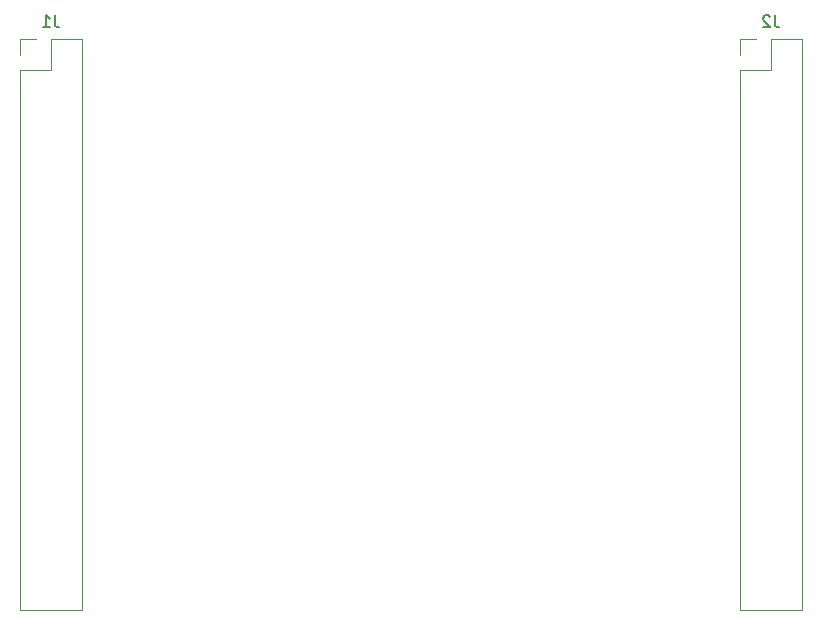
<source format=gbr>
%TF.GenerationSoftware,KiCad,Pcbnew,(5.1.8)-1*%
%TF.CreationDate,2021-02-11T10:10:36+01:00*%
%TF.ProjectId,shieldV1,73686965-6c64-4563-912e-6b696361645f,rev?*%
%TF.SameCoordinates,Original*%
%TF.FileFunction,Legend,Bot*%
%TF.FilePolarity,Positive*%
%FSLAX46Y46*%
G04 Gerber Fmt 4.6, Leading zero omitted, Abs format (unit mm)*
G04 Created by KiCad (PCBNEW (5.1.8)-1) date 2021-02-11 10:10:36*
%MOMM*%
%LPD*%
G01*
G04 APERTURE LIST*
%ADD10C,0.120000*%
%ADD11C,0.150000*%
G04 APERTURE END LIST*
D10*
%TO.C,J2*%
X100609103Y-100222105D02*
X98009103Y-100222105D01*
X100609103Y-100222105D02*
X100609103Y-148602105D01*
X100609103Y-148602105D02*
X95409103Y-148602105D01*
X95409103Y-102822105D02*
X95409103Y-148602105D01*
X98009103Y-102822105D02*
X95409103Y-102822105D01*
X98009103Y-100222105D02*
X98009103Y-102822105D01*
X95409103Y-100222105D02*
X95409103Y-101552105D01*
X96739103Y-100222105D02*
X95409103Y-100222105D01*
%TO.C,J1*%
X39649103Y-100222105D02*
X37049103Y-100222105D01*
X39649103Y-100222105D02*
X39649103Y-148602105D01*
X39649103Y-148602105D02*
X34449103Y-148602105D01*
X34449103Y-102822105D02*
X34449103Y-148602105D01*
X37049103Y-102822105D02*
X34449103Y-102822105D01*
X37049103Y-100222105D02*
X37049103Y-102822105D01*
X34449103Y-100222105D02*
X34449103Y-101552105D01*
X35779103Y-100222105D02*
X34449103Y-100222105D01*
%TO.C,J2*%
D11*
X98342436Y-98234485D02*
X98342436Y-98948771D01*
X98390055Y-99091628D01*
X98485293Y-99186866D01*
X98628150Y-99234485D01*
X98723388Y-99234485D01*
X97913864Y-98329724D02*
X97866245Y-98282105D01*
X97771007Y-98234485D01*
X97532912Y-98234485D01*
X97437674Y-98282105D01*
X97390055Y-98329724D01*
X97342436Y-98424962D01*
X97342436Y-98520200D01*
X97390055Y-98663057D01*
X97961483Y-99234485D01*
X97342436Y-99234485D01*
%TO.C,J1*%
X37382436Y-98234485D02*
X37382436Y-98948771D01*
X37430055Y-99091628D01*
X37525293Y-99186866D01*
X37668150Y-99234485D01*
X37763388Y-99234485D01*
X36382436Y-99234485D02*
X36953864Y-99234485D01*
X36668150Y-99234485D02*
X36668150Y-98234485D01*
X36763388Y-98377343D01*
X36858626Y-98472581D01*
X36953864Y-98520200D01*
%TD*%
M02*

</source>
